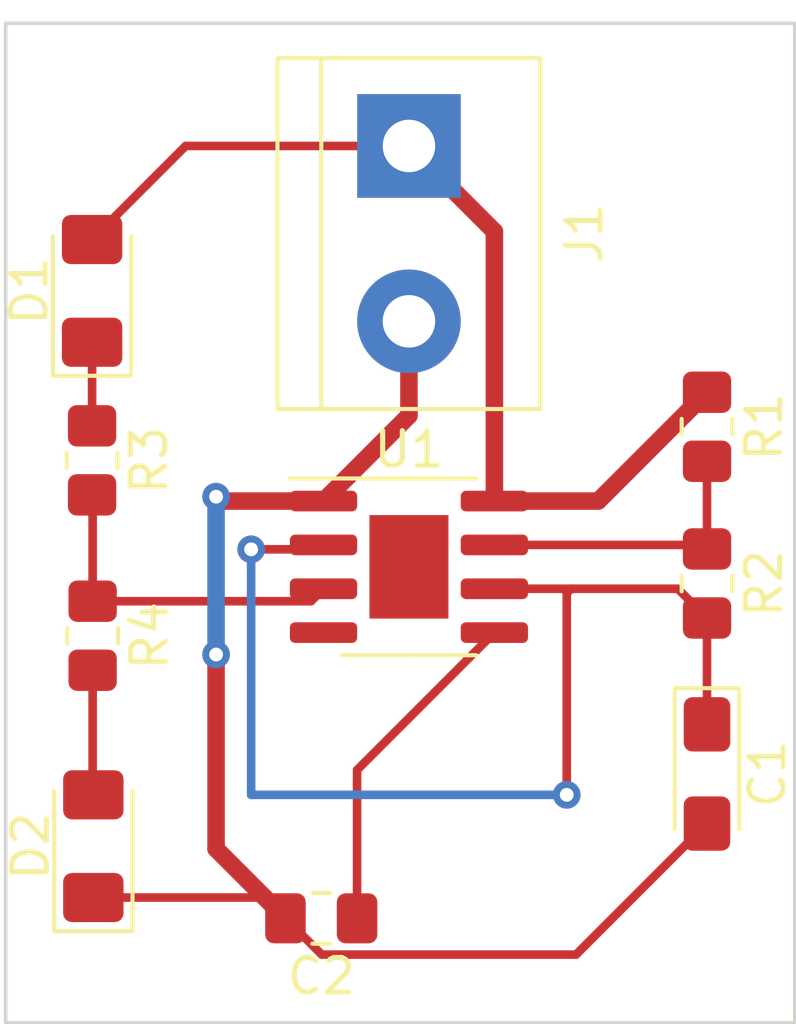
<source format=kicad_pcb>
(kicad_pcb (version 20211014) (generator pcbnew)
  (layers (0 "F.Cu" signal) (31 "B.Cu" signal) (34 "B.Paste" user) (35 "F.Paste" user) (36 "B.SilkS" user "B.Silkscreen") (37 "F.SilkS" user "F.Silkscreen") (38 "B.Mask" user) (39 "F.Mask" user) (44 "Edge.Cuts" user))
  (net 0 "")
  (net 1 "/pin_2")
  (net 2 "GND")
  (net 3 "Net-(C2-Pad1)")
  (net 4 "Net-(D1-Pad1)")
  (net 5 "+9V")
  (net 6 "Net-(D2-Pad2)")
  (net 7 "Net-(R1-Pad2)")
  (net 8 "/pin_3")
  (net 9 "/9V")
  (footprint "Package_SO:SOIC-8-1EP_3.9x4.9mm_P1.27mm_EP2.29x3mm" (layer "F.Cu") (at 148.336 92.964)
    (fp_text reference "U1" (at 0 -3.4) (layer "F.SilkS"))
    (fp_text value "NE555D")
    (fp_line (start 0 -2.56) (end 1.95 -2.56) (layer "F.SilkS") (width 0.12))
    (fp_line (start 0 2.56) (end 1.95 2.56) (layer "F.SilkS") (width 0.12))
    (fp_line (start 0 2.56) (end -1.95 2.56) (layer "F.SilkS") (width 0.12))
    (fp_line (start 0 -2.56) (end -3.45 -2.56) (layer "F.SilkS") (width 0.12))
    (pad "1" smd roundrect (at -2.475 -1.905) (size 1.95 0.6) (layers "F.Cu" "F.Paste" "F.Mask") (net 2 "GND"))
    (pad "2" smd roundrect (at -2.475 -0.635) (size 1.95 0.6) (layers "F.Cu" "F.Paste" "F.Mask") (net 1 "/pin_2"))
    (pad "3" smd roundrect (at -2.475 0.635) (size 1.95 0.6) (layers "F.Cu" "F.Paste" "F.Mask") (net 8 "/pin_3"))
    (pad "4" smd roundrect (at -2.475 1.905) (size 1.95 0.6) (layers "F.Cu" "F.Paste" "F.Mask") (net 9 "/9V"))
    (pad "5" smd roundrect (at 2.475 1.905) (size 1.95 0.6) (layers "F.Cu" "F.Paste" "F.Mask") (net 3 "Net-(C2-Pad1)"))
    (pad "6" smd roundrect (at 2.475 0.635) (size 1.95 0.6) (layers "F.Cu" "F.Paste" "F.Mask") (net 1 "/pin_2"))
    (pad "7" smd roundrect (at 2.475 -0.635) (size 1.95 0.6) (layers "F.Cu" "F.Paste" "F.Mask") (net 7 "Net-(R1-Pad2)"))
    (pad "8" smd roundrect (at 2.475 -1.905) (size 1.95 0.6) (layers "F.Cu" "F.Paste" "F.Mask") (net 5 "+9V"))
    (pad "9" smd rect (at 0 0) (size 2.29 3) (layers "F.Cu" "F.Mask"))
  )
  (footprint "Resistor_SMD:R_0805_2012Metric_Pad1.20x1.40mm_HandSolder" (layer "F.Cu") (at 139.1555 89.8795 -90)
    (fp_text reference "R3" (at 0 -1.65 90) (layer "F.SilkS"))
    (fp_text value "1 kOhm")
    (fp_line (start -0.227064 0.735) (end 0.227064 0.735) (layer "F.SilkS") (width 0.12))
    (fp_line (start -0.227064 -0.735) (end 0.227064 -0.735) (layer "F.SilkS") (width 0.12))
    (pad "1" smd roundrect (at -1 0 270) (size 1.2 1.4) (layers "F.Cu" "F.Paste" "F.Mask") (roundrect_rratio 0.208333) (net 4 "Net-(D1-Pad1)"))
    (pad "2" smd roundrect (at 1 0 270) (size 1.2 1.4) (layers "F.Cu" "F.Paste" "F.Mask") (roundrect_rratio 0.208333) (net 8 "/pin_3"))
  )
  (footprint "Capacitor_Tantalum_SMD:CP_EIA-3216-18_Kemet-A_Pad1.58x1.35mm_HandSolder" (layer "F.Cu") (at 156.972 98.9635 -90)
    (fp_text reference "C1" (at 0 -1.75 90) (layer "F.SilkS"))
    (fp_text value "10 uF")
    (fp_line (start 1.6 -0.935) (end -2.485 -0.935) (layer "F.SilkS") (width 0.12))
    (fp_line (start -2.485 -0.935) (end -2.485 0.935) (layer "F.SilkS") (width 0.12))
    (fp_line (start -2.485 0.935) (end 1.6 0.935) (layer "F.SilkS") (width 0.12))
    (pad "1" smd roundrect (at -1.4375 0 270) (size 1.575 1.35) (layers "F.Cu" "F.Paste" "F.Mask") (roundrect_rratio 0.185185) (net 1 "/pin_2"))
    (pad "2" smd roundrect (at 1.4375 0 270) (size 1.575 1.35) (layers "F.Cu" "F.Paste" "F.Mask") (roundrect_rratio 0.185185) (net 2 "GND"))
  )
  (footprint "Resistor_SMD:R_0805_2012Metric_Pad1.20x1.40mm_HandSolder" (layer "F.Cu") (at 156.972 93.446 -90)
    (fp_text reference "R2" (at 0 -1.65 90) (layer "F.SilkS"))
    (fp_text value "10 kOhms")
    (fp_line (start -0.227064 -0.735) (end 0.227064 -0.735) (layer "F.SilkS") (width 0.12))
    (fp_line (start -0.227064 0.735) (end 0.227064 0.735) (layer "F.SilkS") (width 0.12))
    (pad "1" smd roundrect (at -1 0 270) (size 1.2 1.4) (layers "F.Cu" "F.Paste" "F.Mask") (roundrect_rratio 0.208333) (net 7 "Net-(R1-Pad2)"))
    (pad "2" smd roundrect (at 1 0 270) (size 1.2 1.4) (layers "F.Cu" "F.Paste" "F.Mask") (roundrect_rratio 0.208333) (net 1 "/pin_2"))
  )
  (footprint "Resistor_SMD:R_0805_2012Metric_Pad1.20x1.40mm_HandSolder" (layer "F.Cu") (at 139.1715 94.9595 -90)
    (fp_text reference "R4" (at 0 -1.65 90) (layer "F.SilkS"))
    (fp_text value "1 kOhm")
    (fp_line (start -0.227064 0.735) (end 0.227064 0.735) (layer "F.SilkS") (width 0.12))
    (fp_line (start -0.227064 -0.735) (end 0.227064 -0.735) (layer "F.SilkS") (width 0.12))
    (pad "1" smd roundrect (at -1 0 270) (size 1.2 1.4) (layers "F.Cu" "F.Paste" "F.Mask") (roundrect_rratio 0.208333) (net 8 "/pin_3"))
    (pad "2" smd roundrect (at 1 0 270) (size 1.2 1.4) (layers "F.Cu" "F.Paste" "F.Mask") (roundrect_rratio 0.208333) (net 6 "Net-(D2-Pad2)"))
  )
  (footprint "Resistor_SMD:R_0805_2012Metric_Pad1.20x1.40mm_HandSolder" (layer "F.Cu") (at 156.972 88.906 -90)
    (fp_text reference "R1" (at 0 -1.65 90) (layer "F.SilkS"))
    (fp_text value "1 kOhm")
    (fp_line (start -0.227064 0.735) (end 0.227064 0.735) (layer "F.SilkS") (width 0.12))
    (fp_line (start -0.227064 -0.735) (end 0.227064 -0.735) (layer "F.SilkS") (width 0.12))
    (pad "1" smd roundrect (at -1 0 270) (size 1.2 1.4) (layers "F.Cu" "F.Paste" "F.Mask") (roundrect_rratio 0.208333) (net 5 "+9V"))
    (pad "2" smd roundrect (at 1 0 270) (size 1.2 1.4) (layers "F.Cu" "F.Paste" "F.Mask") (roundrect_rratio 0.208333) (net 7 "Net-(R1-Pad2)"))
  )
  (footprint "Capacitor_SMD:C_0805_2012Metric_Pad1.18x1.45mm_HandSolder" (layer "F.Cu") (at 145.796 103.1455 180)
    (fp_text reference "C2" (at 0 -1.68) (layer "F.SilkS"))
    (fp_text value "0.01 uF")
    (fp_line (start -0.261252 -0.735) (end 0.261252 -0.735) (layer "F.SilkS") (width 0.12))
    (fp_line (start -0.261252 0.735) (end 0.261252 0.735) (layer "F.SilkS") (width 0.12))
    (pad "1" smd roundrect (at -1.0375 0 180) (size 1.175 1.45) (layers "F.Cu" "F.Paste" "F.Mask") (roundrect_rratio 0.212766) (net 3 "Net-(C2-Pad1)"))
    (pad "2" smd roundrect (at 1.0375 0 180) (size 1.175 1.45) (layers "F.Cu" "F.Paste" "F.Mask") (roundrect_rratio 0.212766) (net 2 "GND"))
  )
  (footprint "TerminalBlock:TerminalBlock_bornier-2_P5.08mm" (layer "F.Cu") (at 148.336 80.772 -90)
    (fp_text reference "J1" (at 2.54 -5.08 90) (layer "F.SilkS"))
    (fp_text value "Conn_01x02_Male")
    (fp_line (start -2.54 3.81) (end 7.62 3.81) (layer "F.SilkS") (width 0.12))
    (fp_line (start 7.62 3.81) (end 7.62 -3.81) (layer "F.SilkS") (width 0.12))
    (fp_line (start 7.62 2.54) (end -2.54 2.54) (layer "F.SilkS") (width 0.12))
    (fp_line (start 7.62 -3.81) (end -2.54 -3.81) (layer "F.SilkS") (width 0.12))
    (fp_line (start -2.54 -3.81) (end -2.54 3.81) (layer "F.SilkS") (width 0.12))
    (pad "1" thru_hole rect (at 0 0 270) (size 3 3) (drill 1.52) (layers *.Cu *.Mask) (net 5 "+9V"))
    (pad "2" thru_hole circle (at 5.08 0 270) (size 3 3) (drill 1.52) (layers *.Cu *.Mask) (net 2 "GND"))
  )
  (footprint "LED_SMD:LED_1206_3216Metric_Pad1.42x1.75mm_HandSolder" (layer "F.Cu") (at 139.192 101.0555 90)
    (fp_text reference "D2" (at 0 -1.82 90) (layer "F.SilkS"))
    (fp_text value "LED")
    (fp_line (start -2.46 1.135) (end 1.6 1.135) (layer "F.SilkS") (width 0.12))
    (fp_line (start -2.46 -1.135) (end -2.46 1.135) (layer "F.SilkS") (width 0.12))
    (fp_line (start 1.6 -1.135) (end -2.46 -1.135) (layer "F.SilkS") (width 0.12))
    (pad "1" smd roundrect (at -1.4875 0 90) (size 1.425 1.75) (layers "F.Cu" "F.Paste" "F.Mask") (roundrect_rratio 0.175439) (net 2 "GND"))
    (pad "2" smd roundrect (at 1.4875 0 90) (size 1.425 1.75) (layers "F.Cu" "F.Paste" "F.Mask") (roundrect_rratio 0.175439) (net 6 "Net-(D2-Pad2)"))
  )
  (footprint "LED_SMD:LED_1206_3216Metric_Pad1.42x1.75mm_HandSolder" (layer "F.Cu") (at 139.1555 84.97 90)
    (fp_text reference "D1" (at 0 -1.82 90) (layer "F.SilkS"))
    (fp_text value "LED")
    (fp_line (start -2.46 -1.135) (end -2.46 1.135) (layer "F.SilkS") (width 0.12))
    (fp_line (start 1.6 -1.135) (end -2.46 -1.135) (layer "F.SilkS") (width 0.12))
    (fp_line (start -2.46 1.135) (end 1.6 1.135) (layer "F.SilkS") (width 0.12))
    (pad "1" smd roundrect (at -1.4875 0 90) (size 1.425 1.75) (layers "F.Cu" "F.Paste" "F.Mask") (roundrect_rratio 0.175439) (net 4 "Net-(D1-Pad1)"))
    (pad "2" smd roundrect (at 1.4875 0 90) (size 1.425 1.75) (layers "F.Cu" "F.Paste" "F.Mask") (roundrect_rratio 0.175439) (net 5 "+9V"))
  )
  (gr_rect (start 136.652 106.172) (end 159.512 77.216) (layer "Edge.Cuts") (width 0.1) (fill none))
  (segment (start 152.908 99.568) (end 152.908 93.726) (width 0.25) (layer "F.Cu") (net 1))
  (segment (start 156.125 93.599) (end 156.972 94.446) (width 0.25) (layer "F.Cu") (net 1))
  (segment (start 150.811 93.599) (end 153.035 93.599) (width 0.25) (layer "F.Cu") (net 1))
  (segment (start 145.734 92.456) (end 143.764 92.456) (width 0.25) (layer "F.Cu") (net 1))
  (segment (start 156.972 94.446) (end 156.972 97.526) (width 0.25) (layer "F.Cu") (net 1))
  (segment (start 152.908 93.726) (end 153.035 93.599) (width 0.25) (layer "F.Cu") (net 1))
  (segment (start 153.035 93.599) (end 156.125 93.599) (width 0.25) (layer "F.Cu") (net 1))
  (segment (start 145.861 92.329) (end 145.734 92.456) (width 0.25) (layer "F.Cu") (net 1))
  (via (at 143.764 92.456) (size 0.8) (drill 0.4) (layers "F.Cu" "B.Cu") (net 1))
  (via (at 152.908 99.568) (size 0.8) (drill 0.4) (layers "F.Cu" "B.Cu") (net 1))
  (segment (start 143.764 99.568) (end 143.764 92.456) (width 0.25) (layer "B.Cu") (net 1))
  (segment (start 152.908 99.568) (end 143.764 99.568) (width 0.25) (layer "B.Cu") (net 1))
  (segment (start 153.1775 104.1955) (end 145.8085 104.1955) (width 0.25) (layer "F.Cu") (net 2))
  (segment (start 142.748 101.135) (end 144.7585 103.1455) (width 0.508) (layer "F.Cu") (net 2))
  (segment (start 142.875 91.059) (end 142.748 90.932) (width 0.508) (layer "F.Cu") (net 2))
  (segment (start 142.748 95.504) (end 142.748 101.135) (width 0.508) (layer "F.Cu") (net 2))
  (segment (start 156.972 100.401) (end 153.1775 104.1955) (width 0.25) (layer "F.Cu") (net 2))
  (segment (start 144.156 102.543) (end 139.192 102.543) (width 0.25) (layer "F.Cu") (net 2))
  (segment (start 145.8085 104.1955) (end 144.7585 103.1455) (width 0.25) (layer "F.Cu") (net 2))
  (segment (start 144.7585 103.1455) (end 144.156 102.543) (width 0.25) (layer "F.Cu") (net 2))
  (segment (start 148.336 85.852) (end 148.336 88.584) (width 0.508) (layer "F.Cu") (net 2))
  (segment (start 145.861 91.059) (end 142.875 91.059) (width 0.508) (layer "F.Cu") (net 2))
  (segment (start 148.336 88.584) (end 145.861 91.059) (width 0.508) (layer "F.Cu") (net 2))
  (via (at 142.748 90.932) (size 0.8) (drill 0.4) (layers "F.Cu" "B.Cu") (net 2))
  (via (at 142.748 95.504) (size 0.8) (drill 0.4) (layers "F.Cu" "B.Cu") (net 2))
  (segment (start 142.748 90.932) (end 142.748 95.504) (width 0.508) (layer "B.Cu") (net 2))
  (segment (start 146.8335 98.8465) (end 150.811 94.869) (width 0.25) (layer "F.Cu") (net 3))
  (segment (start 146.8335 103.1455) (end 146.8335 98.8465) (width 0.25) (layer "F.Cu") (net 3))
  (segment (start 139.1555 88.8795) (end 139.1555 86.4575) (width 0.25) (layer "F.Cu") (net 4))
  (segment (start 150.811 91.059) (end 153.819 91.059) (width 0.508) (layer "F.Cu") (net 5))
  (segment (start 150.811 83.247) (end 148.336 80.772) (width 0.508) (layer "F.Cu") (net 5))
  (segment (start 153.819 91.059) (end 156.972 87.906) (width 0.508) (layer "F.Cu") (net 5))
  (segment (start 141.866 80.772) (end 139.1555 83.4825) (width 0.25) (layer "F.Cu") (net 5))
  (segment (start 148.336 80.772) (end 141.866 80.772) (width 0.25) (layer "F.Cu") (net 5))
  (segment (start 150.811 91.059) (end 150.811 83.247) (width 0.508) (layer "F.Cu") (net 5))
  (segment (start 139.1715 99.5475) (end 139.1715 95.9595) (width 0.25) (layer "F.Cu") (net 6))
  (segment (start 139.192 99.568) (end 139.1715 99.5475) (width 0.25) (layer "F.Cu") (net 6))
  (segment (start 156.972 92.446) (end 156.855 92.329) (width 0.25) (layer "F.Cu") (net 7))
  (segment (start 156.972 89.906) (end 156.972 92.446) (width 0.25) (layer "F.Cu") (net 7))
  (segment (start 156.855 92.329) (end 150.811 92.329) (width 0.25) (layer "F.Cu") (net 7))
  (segment (start 145.5005 93.9595) (end 145.861 93.599) (width 0.25) (layer "F.Cu") (net 8))
  (segment (start 139.1715 90.8955) (end 139.1555 90.8795) (width 0.25) (layer "F.Cu") (net 8))
  (segment (start 139.1715 93.9595) (end 145.5005 93.9595) (width 0.25) (layer "F.Cu") (net 8))
  (segment (start 139.1715 93.9595) (end 139.1715 90.8955) (width 0.25) (layer "F.Cu") (net 8))
)
</source>
